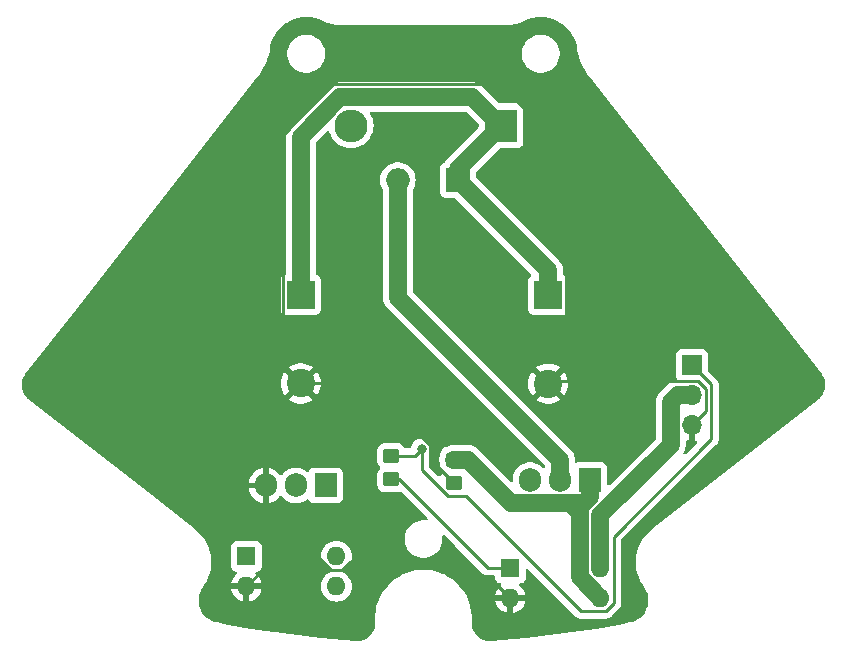
<source format=gbr>
%TF.GenerationSoftware,KiCad,Pcbnew,8.0.0-dirty*%
%TF.CreationDate,2024-03-12T22:31:02-04:00*%
%TF.ProjectId,KickerPCB,4b69636b-6572-4504-9342-2e6b69636164,rev?*%
%TF.SameCoordinates,Original*%
%TF.FileFunction,Copper,L1,Top*%
%TF.FilePolarity,Positive*%
%FSLAX46Y46*%
G04 Gerber Fmt 4.6, Leading zero omitted, Abs format (unit mm)*
G04 Created by KiCad (PCBNEW 8.0.0-dirty) date 2024-03-12 22:31:02*
%MOMM*%
%LPD*%
G01*
G04 APERTURE LIST*
G04 Aperture macros list*
%AMRoundRect*
0 Rectangle with rounded corners*
0 $1 Rounding radius*
0 $2 $3 $4 $5 $6 $7 $8 $9 X,Y pos of 4 corners*
0 Add a 4 corners polygon primitive as box body*
4,1,4,$2,$3,$4,$5,$6,$7,$8,$9,$2,$3,0*
0 Add four circle primitives for the rounded corners*
1,1,$1+$1,$2,$3*
1,1,$1+$1,$4,$5*
1,1,$1+$1,$6,$7*
1,1,$1+$1,$8,$9*
0 Add four rect primitives between the rounded corners*
20,1,$1+$1,$2,$3,$4,$5,0*
20,1,$1+$1,$4,$5,$6,$7,0*
20,1,$1+$1,$6,$7,$8,$9,0*
20,1,$1+$1,$8,$9,$2,$3,0*%
G04 Aperture macros list end*
%TA.AperFunction,SMDPad,CuDef*%
%ADD10RoundRect,0.250000X0.450000X-0.350000X0.450000X0.350000X-0.450000X0.350000X-0.450000X-0.350000X0*%
%TD*%
%TA.AperFunction,ComponentPad*%
%ADD11R,2.400000X2.400000*%
%TD*%
%TA.AperFunction,ComponentPad*%
%ADD12C,2.400000*%
%TD*%
%TA.AperFunction,ComponentPad*%
%ADD13R,1.600000X1.600000*%
%TD*%
%TA.AperFunction,ComponentPad*%
%ADD14O,1.600000X1.600000*%
%TD*%
%TA.AperFunction,ComponentPad*%
%ADD15R,2.800000X2.800000*%
%TD*%
%TA.AperFunction,ComponentPad*%
%ADD16O,2.800000X2.800000*%
%TD*%
%TA.AperFunction,ComponentPad*%
%ADD17R,1.700000X1.700000*%
%TD*%
%TA.AperFunction,ComponentPad*%
%ADD18O,1.700000X1.700000*%
%TD*%
%TA.AperFunction,ComponentPad*%
%ADD19R,1.905000X2.000000*%
%TD*%
%TA.AperFunction,ComponentPad*%
%ADD20O,1.905000X2.000000*%
%TD*%
%TA.AperFunction,ComponentPad*%
%ADD21R,2.000000X2.000000*%
%TD*%
%TA.AperFunction,ComponentPad*%
%ADD22O,2.000000X2.000000*%
%TD*%
%TA.AperFunction,ViaPad*%
%ADD23C,0.800000*%
%TD*%
%TA.AperFunction,Conductor*%
%ADD24C,0.250000*%
%TD*%
%TA.AperFunction,Conductor*%
%ADD25C,1.500000*%
%TD*%
G04 APERTURE END LIST*
D10*
%TO.P,U5,1*%
%TO.N,Net-(U4-A)*%
X94130000Y-80570000D03*
%TO.P,U5,2*%
%TO.N,Kicker*%
X94130000Y-78570000D03*
%TD*%
%TO.P,U2,1*%
%TO.N,GND*%
X99470000Y-80890000D03*
%TO.P,U2,2*%
%TO.N,Net-(U3-G)*%
X99470000Y-78890000D03*
%TD*%
D11*
%TO.P,U14,1*%
%TO.N,Net-(U11-K)*%
X107426407Y-64957108D03*
D12*
%TO.P,U14,2*%
%TO.N,GND*%
X107426407Y-72457108D03*
%TD*%
D13*
%TO.P,U9,1,A*%
%TO.N,Net-(U9-A)*%
X81870000Y-87075000D03*
D14*
%TO.P,U9,2,K*%
%TO.N,GND*%
X81870000Y-89615000D03*
%TO.P,U9,3,R*%
%TO.N,Net-(U10-G)*%
X89490000Y-89615000D03*
%TO.P,U9,4,R*%
%TO.N,12V*%
X89490000Y-87075000D03*
%TD*%
D15*
%TO.P,U11,1,K*%
%TO.N,Net-(U11-K)*%
X103430000Y-50620000D03*
D16*
%TO.P,U11,2,A*%
%TO.N,Net-(U10-S)*%
X90730000Y-50620000D03*
%TD*%
D17*
%TO.P,J1,1,Pin_1*%
%TO.N,Kicker*%
X119610000Y-70900000D03*
D18*
%TO.P,J1,2,Pin_2*%
%TO.N,48V*%
X119610000Y-73440000D03*
%TO.P,J1,3,Pin_3*%
%TO.N,GND*%
X119610000Y-75980000D03*
%TD*%
D19*
%TO.P,U10,1,G*%
%TO.N,Net-(U10-G)*%
X88580000Y-81080000D03*
D20*
%TO.P,U10,2,S*%
%TO.N,Net-(U10-S)*%
X86040000Y-81080000D03*
%TO.P,U10,3,D*%
%TO.N,GND*%
X83500000Y-81080000D03*
%TD*%
D21*
%TO.P,R1,1*%
%TO.N,Net-(U11-K)*%
X99780000Y-55215000D03*
D22*
%TO.P,R1,2*%
%TO.N,Net-(U3-D)*%
X94700000Y-55215000D03*
%TD*%
D19*
%TO.P,U3,1,G*%
%TO.N,Net-(U3-G)*%
X110960000Y-80625000D03*
D20*
%TO.P,U3,2,D*%
%TO.N,Net-(U3-D)*%
X108420000Y-80625000D03*
%TO.P,U3,3,S*%
%TO.N,48V*%
X105880000Y-80625000D03*
%TD*%
D13*
%TO.P,U4,1,A*%
%TO.N,Net-(U4-A)*%
X104220000Y-88055000D03*
D14*
%TO.P,U4,2,K*%
%TO.N,GND*%
X104220000Y-90595000D03*
%TO.P,U4,3,R*%
%TO.N,Net-(U3-G)*%
X111840000Y-90595000D03*
%TO.P,U4,4,R*%
%TO.N,48V*%
X111840000Y-88055000D03*
%TD*%
D11*
%TO.P,U6,1*%
%TO.N,Net-(U11-K)*%
X86476407Y-64944888D03*
D12*
%TO.P,U6,2*%
%TO.N,GND*%
X86476407Y-72444888D03*
%TD*%
D23*
%TO.N,Kicker*%
X96700000Y-78020000D03*
%TD*%
D24*
%TO.N,GND*%
X104220000Y-90595000D02*
X103115000Y-89490000D01*
X83500000Y-87985000D02*
X83500000Y-81080000D01*
X84951407Y-70919888D02*
X86476407Y-72444888D01*
X92184888Y-72444888D02*
X86476407Y-72444888D01*
X81870000Y-89615000D02*
X83500000Y-87985000D01*
X120785000Y-74805000D02*
X120785000Y-72953299D01*
X97425000Y-78845000D02*
X97425000Y-77685000D01*
X89955991Y-88200000D02*
X89024009Y-88200000D01*
X119610000Y-75980000D02*
X120785000Y-74805000D01*
X107618515Y-72265000D02*
X107426407Y-72457108D01*
X120096701Y-72265000D02*
X107618515Y-72265000D01*
X101950000Y-89490000D02*
X100000991Y-87540991D01*
X90615000Y-87540991D02*
X89955991Y-88200000D01*
X108951407Y-70932108D02*
X108951407Y-52691407D01*
X89205001Y-47124999D02*
X84951407Y-51378593D01*
X97425000Y-77685000D02*
X92184888Y-72444888D01*
X107426407Y-72457108D02*
X108951407Y-70932108D01*
X103384999Y-47124999D02*
X89205001Y-47124999D01*
X103115000Y-89490000D02*
X101950000Y-89490000D01*
X83500000Y-82675991D02*
X83500000Y-81080000D01*
X83500000Y-75421295D02*
X86476407Y-72444888D01*
X108951407Y-52691407D02*
X103384999Y-47124999D01*
X89024009Y-88200000D02*
X83500000Y-82675991D01*
X99470000Y-80890000D02*
X97425000Y-78845000D01*
X84951407Y-51378593D02*
X84951407Y-70919888D01*
X120785000Y-72953299D02*
X120096701Y-72265000D01*
X83500000Y-81080000D02*
X83500000Y-75421295D01*
X100000991Y-87540991D02*
X90615000Y-87540991D01*
D25*
%TO.N,Net-(U11-K)*%
X89826598Y-48200000D02*
X101010000Y-48200000D01*
X86476407Y-51550191D02*
X89826598Y-48200000D01*
X99780000Y-54270000D02*
X103430000Y-50620000D01*
X101010000Y-48200000D02*
X103430000Y-50620000D01*
X99780000Y-55215000D02*
X99780000Y-54270000D01*
X107426407Y-64957108D02*
X107426407Y-62861407D01*
X86476407Y-64944888D02*
X86476407Y-51550191D01*
X107426407Y-62861407D02*
X99780000Y-55215000D01*
%TO.N,Net-(U3-D)*%
X108420000Y-80625000D02*
X108420000Y-78890000D01*
X108420000Y-78890000D02*
X94700000Y-65170000D01*
X94700000Y-65170000D02*
X94700000Y-55215000D01*
%TO.N,48V*%
X117810000Y-74037919D02*
X118407919Y-73440000D01*
X111840000Y-88055000D02*
X111840000Y-83597500D01*
X111840000Y-83597500D02*
X117810000Y-77627500D01*
X118407919Y-73440000D02*
X119610000Y-73440000D01*
X117810000Y-77627500D02*
X117810000Y-74037919D01*
%TO.N,Net-(U3-G)*%
X110090000Y-88845000D02*
X110090000Y-83375000D01*
X104285000Y-82575000D02*
X100600000Y-78890000D01*
X110960000Y-82073336D02*
X110458336Y-82575000D01*
X110090000Y-83375000D02*
X109290000Y-82575000D01*
X100600000Y-78890000D02*
X99470000Y-78890000D01*
X111840000Y-90595000D02*
X110090000Y-88845000D01*
X109290000Y-82575000D02*
X104285000Y-82575000D01*
X110458336Y-82575000D02*
X109290000Y-82575000D01*
X110960000Y-80625000D02*
X110960000Y-82073336D01*
D24*
%TO.N,Net-(U4-A)*%
X94830000Y-80570000D02*
X102315000Y-88055000D01*
X94130000Y-80570000D02*
X94830000Y-80570000D01*
X102315000Y-88055000D02*
X104220000Y-88055000D01*
%TO.N,Kicker*%
X98949900Y-81990000D02*
X96700000Y-79740100D01*
X94130000Y-78570000D02*
X96150000Y-78570000D01*
X112965000Y-91060991D02*
X112305991Y-91720000D01*
X121235000Y-72525000D02*
X121235000Y-77150000D01*
X119610000Y-70900000D02*
X121235000Y-72525000D01*
X96700000Y-79740100D02*
X96700000Y-78020000D01*
X100440000Y-81990000D02*
X98949900Y-81990000D01*
X96150000Y-78570000D02*
X96700000Y-78020000D01*
X112305991Y-91720000D02*
X110170000Y-91720000D01*
X121235000Y-77150000D02*
X112965000Y-85420000D01*
X112965000Y-85420000D02*
X112965000Y-91060991D01*
X110170000Y-91720000D02*
X100440000Y-81990000D01*
%TD*%
%TA.AperFunction,Conductor*%
%TO.N,GND*%
G36*
X119860000Y-77310633D02*
G01*
X119863476Y-77309703D01*
X119933325Y-77311366D01*
X119991188Y-77350529D01*
X120018692Y-77414757D01*
X120007106Y-77483659D01*
X119983250Y-77517159D01*
X119082012Y-78418397D01*
X119020689Y-78451882D01*
X118950997Y-78446898D01*
X118895064Y-78405026D01*
X118870647Y-78339562D01*
X118883845Y-78274423D01*
X118968884Y-78107526D01*
X119029709Y-77920326D01*
X119060500Y-77725922D01*
X119060500Y-77391984D01*
X119080185Y-77324945D01*
X119132989Y-77279190D01*
X119202147Y-77269246D01*
X119216593Y-77272209D01*
X119360000Y-77310634D01*
X119360000Y-76413012D01*
X119417007Y-76445925D01*
X119544174Y-76480000D01*
X119675826Y-76480000D01*
X119802993Y-76445925D01*
X119860000Y-76413012D01*
X119860000Y-77310633D01*
G37*
%TD.AperFunction*%
%TA.AperFunction,Conductor*%
G36*
X107125561Y-41446766D02*
G01*
X107139617Y-41448303D01*
X107475300Y-41504569D01*
X107489112Y-41507705D01*
X107816168Y-41601895D01*
X107829533Y-41606587D01*
X108143712Y-41737474D01*
X108156443Y-41743653D01*
X108453652Y-41909536D01*
X108465600Y-41917132D01*
X108741925Y-42115825D01*
X108752929Y-42124732D01*
X109004804Y-42353671D01*
X109014712Y-42363770D01*
X109238811Y-42619932D01*
X109247514Y-42631110D01*
X109440928Y-42911168D01*
X109448294Y-42923259D01*
X109474922Y-42973171D01*
X109608493Y-43223550D01*
X109614437Y-43236412D01*
X109739329Y-43553013D01*
X109743767Y-43566469D01*
X109831948Y-43896081D01*
X109834560Y-43908268D01*
X109836160Y-43918129D01*
X109861897Y-44076751D01*
X109861957Y-44077124D01*
X109895753Y-44289523D01*
X109895757Y-44289543D01*
X109995127Y-44708111D01*
X110130091Y-45116596D01*
X110299645Y-45511962D01*
X110299646Y-45511964D01*
X110502540Y-45891295D01*
X110502551Y-45891314D01*
X110737295Y-46251824D01*
X110737299Y-46251829D01*
X110867950Y-46422761D01*
X130569796Y-71639974D01*
X130571194Y-71641798D01*
X130636194Y-71728250D01*
X130645533Y-71742647D01*
X130750941Y-71932788D01*
X130759011Y-71950495D01*
X130832978Y-72153696D01*
X130838179Y-72172447D01*
X130879446Y-72384719D01*
X130881649Y-72404053D01*
X130889199Y-72620160D01*
X130888351Y-72639601D01*
X130861996Y-72854242D01*
X130858116Y-72873309D01*
X130798511Y-73081174D01*
X130791696Y-73099402D01*
X130700303Y-73295386D01*
X130690721Y-73312322D01*
X130569793Y-73491595D01*
X130557679Y-73506823D01*
X130409413Y-73665807D01*
X130409412Y-73665808D01*
X130396858Y-73677526D01*
X130312863Y-73745682D01*
X130311074Y-73747106D01*
X116171003Y-84794540D01*
X116029672Y-84907858D01*
X115768826Y-85159121D01*
X115768811Y-85159137D01*
X115535299Y-85436008D01*
X115535286Y-85436026D01*
X115331625Y-85735524D01*
X115331608Y-85735552D01*
X115159970Y-86054476D01*
X115022169Y-86389468D01*
X114919713Y-86736862D01*
X114919711Y-86736870D01*
X114853678Y-87093005D01*
X114853677Y-87093011D01*
X114824779Y-87454067D01*
X114833324Y-87816164D01*
X114833324Y-87816174D01*
X114879219Y-88175444D01*
X114879223Y-88175466D01*
X114961980Y-88528083D01*
X114961985Y-88528100D01*
X115080709Y-88870264D01*
X115080717Y-88870282D01*
X115234157Y-89198381D01*
X115234158Y-89198383D01*
X115420658Y-89508874D01*
X115420659Y-89508875D01*
X115420663Y-89508881D01*
X115527529Y-89654891D01*
X115527766Y-89655217D01*
X115603766Y-89760131D01*
X115612148Y-89773393D01*
X115736118Y-90000149D01*
X115743529Y-90016383D01*
X115760313Y-90061488D01*
X115833273Y-90257564D01*
X115838278Y-90274699D01*
X115892462Y-90526264D01*
X115894955Y-90543940D01*
X115912456Y-90800681D01*
X115912385Y-90818531D01*
X115892841Y-91075125D01*
X115890207Y-91092782D01*
X115834022Y-91343906D01*
X115828881Y-91361000D01*
X115737221Y-91601457D01*
X115729679Y-91617636D01*
X115604440Y-91842444D01*
X115594652Y-91857373D01*
X115438434Y-92061864D01*
X115426605Y-92075232D01*
X115242639Y-92255179D01*
X115229012Y-92266710D01*
X115021126Y-92418370D01*
X115005985Y-92427826D01*
X114778464Y-92548071D01*
X114762122Y-92555254D01*
X114518684Y-92641943D01*
X114503588Y-92646264D01*
X114378045Y-92673730D01*
X114375601Y-92674239D01*
X113403083Y-92866577D01*
X113400701Y-92867024D01*
X111446227Y-93214014D01*
X111443495Y-93214467D01*
X109482012Y-93517688D01*
X109479271Y-93518081D01*
X107511420Y-93777436D01*
X107508670Y-93777767D01*
X105535577Y-93993108D01*
X105532821Y-93993378D01*
X103555178Y-94164626D01*
X103552762Y-94164811D01*
X102563804Y-94231000D01*
X102560990Y-94231156D01*
X102448721Y-94236111D01*
X102430944Y-94235619D01*
X102205768Y-94213154D01*
X102185850Y-94209506D01*
X101968527Y-94151013D01*
X101949468Y-94144171D01*
X101744565Y-94051087D01*
X101726874Y-94041234D01*
X101539855Y-93916042D01*
X101524003Y-93903441D01*
X101359852Y-93749478D01*
X101346263Y-93734465D01*
X101209364Y-93555843D01*
X101198399Y-93538819D01*
X101187231Y-93517904D01*
X101092391Y-93340285D01*
X101084346Y-93321707D01*
X101012066Y-93108569D01*
X101007154Y-93088942D01*
X100970320Y-92865626D01*
X100968695Y-92847965D01*
X100966432Y-92735411D01*
X100966407Y-92732919D01*
X100966407Y-92313580D01*
X100966407Y-92313553D01*
X100963938Y-92112254D01*
X100924476Y-91711596D01*
X100845933Y-91316734D01*
X100729064Y-90931473D01*
X100574997Y-90559522D01*
X100518669Y-90454141D01*
X100385219Y-90204474D01*
X100385218Y-90204472D01*
X100385213Y-90204463D01*
X100161542Y-89869716D01*
X99906137Y-89558504D01*
X99906136Y-89558503D01*
X99906132Y-89558498D01*
X99621462Y-89273829D01*
X99310250Y-89018424D01*
X99310249Y-89018423D01*
X99310245Y-89018420D01*
X98975498Y-88794749D01*
X98975493Y-88794746D01*
X98975486Y-88794742D01*
X98620446Y-88604969D01*
X98620441Y-88604967D01*
X98603150Y-88597805D01*
X98465661Y-88540855D01*
X98248488Y-88450899D01*
X97863216Y-88334028D01*
X97863205Y-88334025D01*
X97468360Y-88255488D01*
X97199022Y-88228960D01*
X97067706Y-88216027D01*
X97067703Y-88216027D01*
X96665111Y-88216027D01*
X96665108Y-88216027D01*
X96546725Y-88227686D01*
X96264453Y-88255488D01*
X95869608Y-88334025D01*
X95869597Y-88334028D01*
X95484325Y-88450899D01*
X95112372Y-88604967D01*
X95112367Y-88604969D01*
X94757327Y-88794742D01*
X94757309Y-88794753D01*
X94422577Y-89018414D01*
X94422563Y-89018424D01*
X94111351Y-89273829D01*
X93826681Y-89558498D01*
X93571276Y-89869710D01*
X93571266Y-89869724D01*
X93347605Y-90204456D01*
X93347594Y-90204474D01*
X93157820Y-90559514D01*
X93157818Y-90559519D01*
X93003750Y-90931471D01*
X92886880Y-91316737D01*
X92886879Y-91316742D01*
X92808339Y-91711589D01*
X92808336Y-91711606D01*
X92768876Y-92112251D01*
X92768629Y-92132383D01*
X92766480Y-92307654D01*
X92766407Y-92313580D01*
X92766407Y-92732953D01*
X92766382Y-92735423D01*
X92764140Y-92847937D01*
X92762512Y-92865648D01*
X92725683Y-93088928D01*
X92720767Y-93108572D01*
X92648486Y-93321706D01*
X92640437Y-93340289D01*
X92534432Y-93538808D01*
X92523468Y-93555832D01*
X92386564Y-93734453D01*
X92372973Y-93749466D01*
X92208820Y-93903422D01*
X92192967Y-93916023D01*
X92005950Y-94041203D01*
X91988259Y-94051055D01*
X91783347Y-94144134D01*
X91764287Y-94150976D01*
X91546970Y-94209458D01*
X91527050Y-94213106D01*
X91301838Y-94235562D01*
X91284129Y-94236056D01*
X91171839Y-94231156D01*
X91168965Y-94230997D01*
X90180055Y-94164812D01*
X90177638Y-94164627D01*
X88199991Y-93993381D01*
X88197235Y-93993111D01*
X86224143Y-93777771D01*
X86221393Y-93777440D01*
X84253540Y-93518086D01*
X84250799Y-93517693D01*
X82289317Y-93214473D01*
X82286585Y-93214020D01*
X80332120Y-92867032D01*
X80329737Y-92866585D01*
X79357212Y-92674239D01*
X79354756Y-92673727D01*
X79229225Y-92646249D01*
X79214143Y-92641932D01*
X78970689Y-92555239D01*
X78954347Y-92548055D01*
X78726836Y-92427817D01*
X78711695Y-92418362D01*
X78503800Y-92266699D01*
X78490180Y-92255174D01*
X78306209Y-92075222D01*
X78294386Y-92061861D01*
X78138165Y-91857367D01*
X78128377Y-91842438D01*
X78063027Y-91725134D01*
X78003137Y-91617629D01*
X77995596Y-91601452D01*
X77993006Y-91594657D01*
X77903933Y-91360990D01*
X77898794Y-91343901D01*
X77892716Y-91316734D01*
X77842609Y-91092774D01*
X77839978Y-91075134D01*
X77820431Y-90818521D01*
X77820361Y-90800688D01*
X77837864Y-90543929D01*
X77840356Y-90526264D01*
X77894540Y-90274697D01*
X77899544Y-90257567D01*
X77919300Y-90204474D01*
X77989293Y-90016375D01*
X77996702Y-90000149D01*
X78120681Y-89773378D01*
X78129031Y-89760163D01*
X78205180Y-89655035D01*
X78312142Y-89508875D01*
X78498647Y-89198376D01*
X78652087Y-88870276D01*
X78770821Y-88528083D01*
X78853579Y-88175457D01*
X78885846Y-87922870D01*
X80569500Y-87922870D01*
X80569501Y-87922876D01*
X80575908Y-87982483D01*
X80626202Y-88117328D01*
X80626206Y-88117335D01*
X80712452Y-88232544D01*
X80712455Y-88232547D01*
X80827664Y-88318793D01*
X80827671Y-88318797D01*
X80962513Y-88369090D01*
X80962514Y-88369090D01*
X80962517Y-88369091D01*
X80998353Y-88372944D01*
X81062901Y-88399679D01*
X81102751Y-88457070D01*
X81105246Y-88526896D01*
X81069595Y-88586985D01*
X81056223Y-88597805D01*
X81031182Y-88615339D01*
X80870342Y-88776179D01*
X80739865Y-88962517D01*
X80643734Y-89168673D01*
X80643730Y-89168682D01*
X80591127Y-89364999D01*
X80591128Y-89365000D01*
X81554314Y-89365000D01*
X81549920Y-89369394D01*
X81497259Y-89460606D01*
X81470000Y-89562339D01*
X81470000Y-89667661D01*
X81497259Y-89769394D01*
X81549920Y-89860606D01*
X81554314Y-89865000D01*
X80591128Y-89865000D01*
X80643730Y-90061317D01*
X80643734Y-90061326D01*
X80739865Y-90267482D01*
X80870342Y-90453820D01*
X81031179Y-90614657D01*
X81217517Y-90745134D01*
X81423673Y-90841265D01*
X81423682Y-90841269D01*
X81619999Y-90893872D01*
X81620000Y-90893871D01*
X81620000Y-89930686D01*
X81624394Y-89935080D01*
X81715606Y-89987741D01*
X81817339Y-90015000D01*
X81922661Y-90015000D01*
X82024394Y-89987741D01*
X82115606Y-89935080D01*
X82120000Y-89930686D01*
X82120000Y-90893872D01*
X82316317Y-90841269D01*
X82316326Y-90841265D01*
X82522482Y-90745134D01*
X82708820Y-90614657D01*
X82869657Y-90453820D01*
X83000134Y-90267482D01*
X83096265Y-90061326D01*
X83096269Y-90061317D01*
X83148872Y-89865000D01*
X82185686Y-89865000D01*
X82190080Y-89860606D01*
X82242741Y-89769394D01*
X82270000Y-89667661D01*
X82270000Y-89615001D01*
X88184532Y-89615001D01*
X88204364Y-89841686D01*
X88204366Y-89841697D01*
X88263258Y-90061488D01*
X88263261Y-90061497D01*
X88359431Y-90267732D01*
X88359432Y-90267734D01*
X88489954Y-90454141D01*
X88650858Y-90615045D01*
X88650861Y-90615047D01*
X88837266Y-90745568D01*
X89043504Y-90841739D01*
X89263308Y-90900635D01*
X89425230Y-90914801D01*
X89489998Y-90920468D01*
X89490000Y-90920468D01*
X89490002Y-90920468D01*
X89551585Y-90915080D01*
X89716692Y-90900635D01*
X89936496Y-90841739D01*
X90142734Y-90745568D01*
X90329139Y-90615047D01*
X90490047Y-90454139D01*
X90620568Y-90267734D01*
X90716739Y-90061496D01*
X90775635Y-89841692D01*
X90795468Y-89615000D01*
X90775635Y-89388308D01*
X90724745Y-89198383D01*
X90716741Y-89168511D01*
X90716738Y-89168502D01*
X90620568Y-88962266D01*
X90503270Y-88794746D01*
X90490045Y-88775858D01*
X90329141Y-88614954D01*
X90142734Y-88484432D01*
X90142728Y-88484429D01*
X90084725Y-88457382D01*
X90032285Y-88411210D01*
X90013133Y-88344017D01*
X90033348Y-88277135D01*
X90084725Y-88232618D01*
X90142734Y-88205568D01*
X90329139Y-88075047D01*
X90490047Y-87914139D01*
X90620568Y-87727734D01*
X90716739Y-87521496D01*
X90775635Y-87301692D01*
X90795468Y-87075000D01*
X90775635Y-86848308D01*
X90716739Y-86628504D01*
X90620568Y-86422266D01*
X90490047Y-86235861D01*
X90490045Y-86235858D01*
X90329141Y-86074954D01*
X90142734Y-85944432D01*
X90142732Y-85944431D01*
X89936497Y-85848261D01*
X89936488Y-85848258D01*
X89716697Y-85789366D01*
X89716693Y-85789365D01*
X89716692Y-85789365D01*
X89716691Y-85789364D01*
X89716686Y-85789364D01*
X89490002Y-85769532D01*
X89489998Y-85769532D01*
X89263313Y-85789364D01*
X89263302Y-85789366D01*
X89043511Y-85848258D01*
X89043502Y-85848261D01*
X88837267Y-85944431D01*
X88837265Y-85944432D01*
X88650858Y-86074954D01*
X88489954Y-86235858D01*
X88359432Y-86422265D01*
X88359431Y-86422267D01*
X88263261Y-86628502D01*
X88263258Y-86628511D01*
X88204366Y-86848302D01*
X88204364Y-86848313D01*
X88184532Y-87074998D01*
X88184532Y-87075001D01*
X88204364Y-87301686D01*
X88204366Y-87301697D01*
X88263258Y-87521488D01*
X88263261Y-87521497D01*
X88359431Y-87727732D01*
X88359432Y-87727734D01*
X88489954Y-87914141D01*
X88650858Y-88075045D01*
X88650861Y-88075047D01*
X88837266Y-88205568D01*
X88895275Y-88232618D01*
X88947714Y-88278791D01*
X88966866Y-88345984D01*
X88946650Y-88412865D01*
X88895275Y-88457382D01*
X88837267Y-88484431D01*
X88837265Y-88484432D01*
X88650858Y-88614954D01*
X88489954Y-88775858D01*
X88359432Y-88962265D01*
X88359431Y-88962267D01*
X88263261Y-89168502D01*
X88263258Y-89168511D01*
X88204366Y-89388302D01*
X88204364Y-89388313D01*
X88184532Y-89614998D01*
X88184532Y-89615001D01*
X82270000Y-89615001D01*
X82270000Y-89562339D01*
X82242741Y-89460606D01*
X82190080Y-89369394D01*
X82185686Y-89365000D01*
X83148872Y-89365000D01*
X83148872Y-89364999D01*
X83096269Y-89168682D01*
X83096265Y-89168673D01*
X83000134Y-88962517D01*
X82869657Y-88776179D01*
X82708820Y-88615342D01*
X82683779Y-88597808D01*
X82640154Y-88543230D01*
X82632962Y-88473732D01*
X82664484Y-88411377D01*
X82724714Y-88375964D01*
X82741650Y-88372943D01*
X82777483Y-88369091D01*
X82912328Y-88318797D01*
X82912327Y-88318797D01*
X82912331Y-88318796D01*
X83027546Y-88232546D01*
X83113796Y-88117331D01*
X83164091Y-87982483D01*
X83170500Y-87922873D01*
X83170499Y-86227128D01*
X83164091Y-86167517D01*
X83129567Y-86074954D01*
X83113797Y-86032671D01*
X83113793Y-86032664D01*
X83027547Y-85917455D01*
X83027544Y-85917452D01*
X82912335Y-85831206D01*
X82912328Y-85831202D01*
X82777482Y-85780908D01*
X82777483Y-85780908D01*
X82717883Y-85774501D01*
X82717881Y-85774500D01*
X82717873Y-85774500D01*
X82717864Y-85774500D01*
X81022129Y-85774500D01*
X81022123Y-85774501D01*
X80962516Y-85780908D01*
X80827671Y-85831202D01*
X80827664Y-85831206D01*
X80712455Y-85917452D01*
X80712452Y-85917455D01*
X80626206Y-86032664D01*
X80626202Y-86032671D01*
X80575908Y-86167517D01*
X80569536Y-86226793D01*
X80569501Y-86227123D01*
X80569500Y-86227135D01*
X80569500Y-87922870D01*
X78885846Y-87922870D01*
X78899476Y-87816170D01*
X78908021Y-87454065D01*
X78879123Y-87093012D01*
X78813091Y-86736876D01*
X78810994Y-86729767D01*
X78728733Y-86450846D01*
X78710630Y-86389463D01*
X78572838Y-86054490D01*
X78572830Y-86054476D01*
X78419480Y-85769532D01*
X78401186Y-85735540D01*
X78197512Y-85436022D01*
X77963994Y-85159142D01*
X77703129Y-84907859D01*
X77561828Y-84794555D01*
X77538410Y-84776259D01*
X73127400Y-81330000D01*
X82061468Y-81330000D01*
X82083265Y-81467628D01*
X82153917Y-81685070D01*
X82257711Y-81888776D01*
X82392097Y-82073742D01*
X82553757Y-82235402D01*
X82738723Y-82369788D01*
X82942429Y-82473582D01*
X83159871Y-82544234D01*
X83250000Y-82558509D01*
X83250000Y-81570747D01*
X83287708Y-81592518D01*
X83427591Y-81630000D01*
X83572409Y-81630000D01*
X83712292Y-81592518D01*
X83750000Y-81570747D01*
X83750000Y-82558508D01*
X83840128Y-82544234D01*
X84057570Y-82473582D01*
X84261276Y-82369788D01*
X84446242Y-82235402D01*
X84607905Y-82073739D01*
X84669371Y-81989137D01*
X84724701Y-81946470D01*
X84794314Y-81940491D01*
X84856109Y-81973096D01*
X84870007Y-81989134D01*
X84931714Y-82074066D01*
X85093434Y-82235786D01*
X85278462Y-82370217D01*
X85410599Y-82437544D01*
X85482244Y-82474049D01*
X85699751Y-82544721D01*
X85699752Y-82544721D01*
X85699755Y-82544722D01*
X85925646Y-82580500D01*
X85925647Y-82580500D01*
X86154353Y-82580500D01*
X86154354Y-82580500D01*
X86380245Y-82544722D01*
X86380248Y-82544721D01*
X86380249Y-82544721D01*
X86597755Y-82474049D01*
X86597755Y-82474048D01*
X86597758Y-82474048D01*
X86801538Y-82370217D01*
X86984245Y-82237472D01*
X87050046Y-82213994D01*
X87118100Y-82229819D01*
X87166795Y-82279924D01*
X87173308Y-82294459D01*
X87183702Y-82322328D01*
X87183706Y-82322335D01*
X87269952Y-82437544D01*
X87269955Y-82437547D01*
X87385164Y-82523793D01*
X87385171Y-82523797D01*
X87520017Y-82574091D01*
X87520016Y-82574091D01*
X87526944Y-82574835D01*
X87579627Y-82580500D01*
X89580372Y-82580499D01*
X89639983Y-82574091D01*
X89774831Y-82523796D01*
X89890046Y-82437546D01*
X89976296Y-82322331D01*
X90026591Y-82187483D01*
X90033000Y-82127873D01*
X90032999Y-80970001D01*
X92929500Y-80970001D01*
X92929501Y-80970019D01*
X92940000Y-81072796D01*
X92940001Y-81072799D01*
X92995185Y-81239331D01*
X92995187Y-81239336D01*
X93026426Y-81289983D01*
X93087288Y-81388656D01*
X93211344Y-81512712D01*
X93360666Y-81604814D01*
X93527203Y-81659999D01*
X93629991Y-81670500D01*
X94630008Y-81670499D01*
X94630016Y-81670498D01*
X94630019Y-81670498D01*
X94686302Y-81664748D01*
X94732797Y-81659999D01*
X94887492Y-81608737D01*
X94957315Y-81606336D01*
X95014173Y-81638763D01*
X97196715Y-83821306D01*
X97230200Y-83882629D01*
X97225216Y-83952321D01*
X97183344Y-84008254D01*
X97117880Y-84032671D01*
X97089637Y-84031460D01*
X96992143Y-84016019D01*
X96992136Y-84016019D01*
X96740678Y-84016019D01*
X96740673Y-84016019D01*
X96492316Y-84055354D01*
X96253162Y-84133061D01*
X96029113Y-84247221D01*
X95825689Y-84395016D01*
X95825684Y-84395020D01*
X95647874Y-84572830D01*
X95647870Y-84572835D01*
X95500075Y-84776259D01*
X95385915Y-85000308D01*
X95308208Y-85239462D01*
X95268873Y-85487818D01*
X95268873Y-85739287D01*
X95308208Y-85987643D01*
X95385915Y-86226797D01*
X95464422Y-86380875D01*
X95468802Y-86389471D01*
X95500075Y-86450846D01*
X95647870Y-86654270D01*
X95647874Y-86654275D01*
X95825684Y-86832085D01*
X95825689Y-86832089D01*
X96003127Y-86961004D01*
X96029117Y-86979887D01*
X96171881Y-87052629D01*
X96253162Y-87094044D01*
X96253164Y-87094044D01*
X96253167Y-87094046D01*
X96381356Y-87135697D01*
X96492316Y-87171751D01*
X96740673Y-87211087D01*
X96992136Y-87211087D01*
X96992141Y-87211087D01*
X97240497Y-87171751D01*
X97479647Y-87094046D01*
X97703697Y-86979887D01*
X97907131Y-86832084D01*
X98084938Y-86654277D01*
X98232741Y-86450843D01*
X98346900Y-86226793D01*
X98424605Y-85987643D01*
X98463941Y-85739282D01*
X98466407Y-85613553D01*
X98463941Y-85487824D01*
X98448498Y-85390320D01*
X98457453Y-85321028D01*
X98502449Y-85267576D01*
X98569200Y-85246936D01*
X98636514Y-85265661D01*
X98658649Y-85283239D01*
X99542925Y-86167516D01*
X101916263Y-88540855D01*
X101916267Y-88540858D01*
X102018710Y-88609309D01*
X102018711Y-88609309D01*
X102018715Y-88609312D01*
X102085396Y-88636931D01*
X102085398Y-88636933D01*
X102132543Y-88656461D01*
X102132548Y-88656463D01*
X102152597Y-88660451D01*
X102186196Y-88667134D01*
X102253392Y-88680501D01*
X102253394Y-88680501D01*
X102382721Y-88680501D01*
X102382741Y-88680500D01*
X102795501Y-88680500D01*
X102862540Y-88700185D01*
X102908295Y-88752989D01*
X102919501Y-88804500D01*
X102919501Y-88902876D01*
X102925908Y-88962483D01*
X102976202Y-89097328D01*
X102976206Y-89097335D01*
X103062452Y-89212544D01*
X103062455Y-89212547D01*
X103177664Y-89298793D01*
X103177671Y-89298797D01*
X103312513Y-89349090D01*
X103312514Y-89349090D01*
X103312517Y-89349091D01*
X103348353Y-89352944D01*
X103412901Y-89379679D01*
X103452751Y-89437070D01*
X103455246Y-89506896D01*
X103419595Y-89566985D01*
X103406223Y-89577805D01*
X103381182Y-89595339D01*
X103220342Y-89756179D01*
X103089865Y-89942517D01*
X102993734Y-90148673D01*
X102993730Y-90148682D01*
X102941127Y-90344999D01*
X102941128Y-90345000D01*
X103904314Y-90345000D01*
X103899920Y-90349394D01*
X103847259Y-90440606D01*
X103820000Y-90542339D01*
X103820000Y-90647661D01*
X103847259Y-90749394D01*
X103899920Y-90840606D01*
X103904314Y-90845000D01*
X102941128Y-90845000D01*
X102993730Y-91041317D01*
X102993734Y-91041326D01*
X103089865Y-91247482D01*
X103220342Y-91433820D01*
X103381179Y-91594657D01*
X103567517Y-91725134D01*
X103773673Y-91821265D01*
X103773682Y-91821269D01*
X103969999Y-91873872D01*
X103970000Y-91873871D01*
X103970000Y-90910686D01*
X103974394Y-90915080D01*
X104065606Y-90967741D01*
X104167339Y-90995000D01*
X104272661Y-90995000D01*
X104374394Y-90967741D01*
X104465606Y-90915080D01*
X104470000Y-90910686D01*
X104470000Y-91873872D01*
X104666317Y-91821269D01*
X104666326Y-91821265D01*
X104872482Y-91725134D01*
X105058820Y-91594657D01*
X105219657Y-91433820D01*
X105350134Y-91247482D01*
X105446265Y-91041326D01*
X105446269Y-91041317D01*
X105498872Y-90845000D01*
X104535686Y-90845000D01*
X104540080Y-90840606D01*
X104592741Y-90749394D01*
X104620000Y-90647661D01*
X104620000Y-90542339D01*
X104592741Y-90440606D01*
X104540080Y-90349394D01*
X104535686Y-90345000D01*
X105498872Y-90345000D01*
X105498872Y-90344999D01*
X105446269Y-90148682D01*
X105446265Y-90148673D01*
X105350134Y-89942517D01*
X105219657Y-89756179D01*
X105058820Y-89595342D01*
X105033779Y-89577808D01*
X104990154Y-89523230D01*
X104982962Y-89453732D01*
X105014484Y-89391377D01*
X105074714Y-89355964D01*
X105091650Y-89352943D01*
X105127483Y-89349091D01*
X105262328Y-89298797D01*
X105262327Y-89298797D01*
X105262331Y-89298796D01*
X105377546Y-89212546D01*
X105463796Y-89097331D01*
X105514091Y-88962483D01*
X105520500Y-88902873D01*
X105520499Y-88254449D01*
X105540183Y-88187412D01*
X105592987Y-88141657D01*
X105662146Y-88131713D01*
X105725702Y-88160738D01*
X105732180Y-88166770D01*
X109681016Y-92115606D01*
X109681045Y-92115637D01*
X109771264Y-92205856D01*
X109771267Y-92205858D01*
X109848190Y-92257256D01*
X109873710Y-92274309D01*
X109873712Y-92274310D01*
X109873715Y-92274312D01*
X109940396Y-92301931D01*
X109940398Y-92301933D01*
X109968452Y-92313553D01*
X109987548Y-92321463D01*
X110047971Y-92333481D01*
X110108393Y-92345500D01*
X112367598Y-92345500D01*
X112428020Y-92333481D01*
X112488443Y-92321463D01*
X112488446Y-92321461D01*
X112488449Y-92321461D01*
X112521778Y-92307654D01*
X112521777Y-92307654D01*
X112521783Y-92307652D01*
X112602277Y-92274312D01*
X112653500Y-92240084D01*
X112704724Y-92205858D01*
X112791849Y-92118733D01*
X112791850Y-92118730D01*
X113450857Y-91459725D01*
X113519311Y-91357277D01*
X113566463Y-91243443D01*
X113590500Y-91122598D01*
X113590500Y-90999385D01*
X113590500Y-85730451D01*
X113610185Y-85663412D01*
X113626814Y-85642775D01*
X121633729Y-77635860D01*
X121633733Y-77635858D01*
X121720858Y-77548733D01*
X121789311Y-77446286D01*
X121836463Y-77332452D01*
X121860500Y-77211606D01*
X121860500Y-72463394D01*
X121836463Y-72342548D01*
X121811017Y-72281116D01*
X121789312Y-72228714D01*
X121755084Y-72177490D01*
X121720858Y-72126267D01*
X121720856Y-72126264D01*
X121630637Y-72036045D01*
X121630606Y-72036016D01*
X120996818Y-71402228D01*
X120963333Y-71340905D01*
X120960499Y-71314547D01*
X120960499Y-70002129D01*
X120960498Y-70002123D01*
X120960497Y-70002116D01*
X120954091Y-69942517D01*
X120903796Y-69807669D01*
X120903795Y-69807668D01*
X120903793Y-69807664D01*
X120817547Y-69692455D01*
X120817544Y-69692452D01*
X120702335Y-69606206D01*
X120702328Y-69606202D01*
X120567482Y-69555908D01*
X120567483Y-69555908D01*
X120507883Y-69549501D01*
X120507881Y-69549500D01*
X120507873Y-69549500D01*
X120507864Y-69549500D01*
X118712129Y-69549500D01*
X118712123Y-69549501D01*
X118652516Y-69555908D01*
X118517671Y-69606202D01*
X118517664Y-69606206D01*
X118402455Y-69692452D01*
X118402452Y-69692455D01*
X118316206Y-69807664D01*
X118316202Y-69807671D01*
X118265908Y-69942517D01*
X118259501Y-70002116D01*
X118259501Y-70002123D01*
X118259500Y-70002135D01*
X118259500Y-71797870D01*
X118259501Y-71797876D01*
X118265908Y-71857483D01*
X118316202Y-71992328D01*
X118316203Y-71992330D01*
X118324217Y-72003035D01*
X118348633Y-72068500D01*
X118333781Y-72136772D01*
X118284375Y-72186178D01*
X118244348Y-72199818D01*
X118115091Y-72220291D01*
X117927888Y-72281117D01*
X117752513Y-72370476D01*
X117706299Y-72404053D01*
X117593273Y-72486172D01*
X117593271Y-72486174D01*
X117593270Y-72486174D01*
X116856174Y-73223270D01*
X116856174Y-73223271D01*
X116856172Y-73223273D01*
X116806485Y-73291660D01*
X116740476Y-73382513D01*
X116650669Y-73558770D01*
X116649608Y-73562531D01*
X116590291Y-73745088D01*
X116590291Y-73745091D01*
X116559500Y-73939496D01*
X116559500Y-77058163D01*
X116539815Y-77125202D01*
X116523181Y-77145844D01*
X112624680Y-81044345D01*
X112563357Y-81077830D01*
X112493665Y-81072846D01*
X112437732Y-81030974D01*
X112413315Y-80965510D01*
X112412999Y-80956664D01*
X112412999Y-79577129D01*
X112412998Y-79577123D01*
X112412232Y-79570000D01*
X112407799Y-79528757D01*
X112406591Y-79517516D01*
X112356297Y-79382671D01*
X112356293Y-79382664D01*
X112270047Y-79267455D01*
X112270044Y-79267452D01*
X112154835Y-79181206D01*
X112154828Y-79181202D01*
X112019982Y-79130908D01*
X112019983Y-79130908D01*
X111960383Y-79124501D01*
X111960381Y-79124500D01*
X111960373Y-79124500D01*
X111960364Y-79124500D01*
X109959629Y-79124500D01*
X109959623Y-79124501D01*
X109900014Y-79130909D01*
X109837832Y-79154101D01*
X109768140Y-79159085D01*
X109706817Y-79125599D01*
X109673333Y-79064275D01*
X109670500Y-79037919D01*
X109670500Y-78791577D01*
X109639709Y-78597177D01*
X109639709Y-78597174D01*
X109632131Y-78573853D01*
X109625101Y-78552215D01*
X109578885Y-78409976D01*
X109578884Y-78409973D01*
X109489523Y-78234594D01*
X109479404Y-78220666D01*
X109373828Y-78075354D01*
X103755586Y-72457112D01*
X105721640Y-72457112D01*
X105740680Y-72711187D01*
X105797375Y-72959585D01*
X105797380Y-72959602D01*
X105890465Y-73196779D01*
X105890464Y-73196779D01*
X106017861Y-73417435D01*
X106017868Y-73417446D01*
X106059859Y-73470099D01*
X106059860Y-73470100D01*
X106861794Y-72668166D01*
X106867296Y-72688699D01*
X106946288Y-72825516D01*
X107057999Y-72937227D01*
X107194816Y-73016219D01*
X107215347Y-73021720D01*
X106413220Y-73823846D01*
X106574023Y-73933479D01*
X106574031Y-73933484D01*
X106803583Y-74044029D01*
X106803581Y-74044029D01*
X107047059Y-74119132D01*
X107047065Y-74119134D01*
X107299002Y-74157107D01*
X107299011Y-74157108D01*
X107553803Y-74157108D01*
X107553811Y-74157107D01*
X107805748Y-74119134D01*
X107805754Y-74119132D01*
X108049231Y-74044029D01*
X108278783Y-73933484D01*
X108278784Y-73933483D01*
X108439592Y-73823846D01*
X107637467Y-73021720D01*
X107657998Y-73016219D01*
X107794815Y-72937227D01*
X107906526Y-72825516D01*
X107985518Y-72688699D01*
X107991019Y-72668167D01*
X108792952Y-73470100D01*
X108792953Y-73470099D01*
X108834951Y-73417438D01*
X108962348Y-73196779D01*
X109055433Y-72959602D01*
X109055438Y-72959585D01*
X109112133Y-72711187D01*
X109131174Y-72457112D01*
X109131174Y-72457103D01*
X109112133Y-72203028D01*
X109055438Y-71954630D01*
X109055433Y-71954613D01*
X108962348Y-71717436D01*
X108962349Y-71717436D01*
X108834952Y-71496780D01*
X108792952Y-71444114D01*
X107991019Y-72246047D01*
X107985518Y-72225517D01*
X107906526Y-72088700D01*
X107794815Y-71976989D01*
X107657998Y-71897997D01*
X107637466Y-71892495D01*
X108439592Y-71090368D01*
X108278791Y-70980736D01*
X108278783Y-70980731D01*
X108049230Y-70870186D01*
X108049232Y-70870186D01*
X107805754Y-70795083D01*
X107805748Y-70795081D01*
X107553811Y-70757108D01*
X107299002Y-70757108D01*
X107047065Y-70795081D01*
X107047059Y-70795083D01*
X106803582Y-70870186D01*
X106574029Y-70980733D01*
X106574016Y-70980740D01*
X106413220Y-71090367D01*
X107215348Y-71892495D01*
X107194816Y-71897997D01*
X107057999Y-71976989D01*
X106946288Y-72088700D01*
X106867296Y-72225517D01*
X106861794Y-72246049D01*
X106059859Y-71444114D01*
X106017864Y-71496775D01*
X105890465Y-71717436D01*
X105797380Y-71954613D01*
X105797375Y-71954630D01*
X105740680Y-72203028D01*
X105721640Y-72457103D01*
X105721640Y-72457112D01*
X103755586Y-72457112D01*
X95986819Y-64688345D01*
X95953334Y-64627022D01*
X95950500Y-64600664D01*
X95950500Y-56081289D01*
X95970185Y-56014250D01*
X95970691Y-56013468D01*
X95991715Y-55981286D01*
X96024173Y-55931607D01*
X96124063Y-55703881D01*
X96185108Y-55462821D01*
X96205643Y-55215000D01*
X96186447Y-54983344D01*
X96185109Y-54967187D01*
X96185107Y-54967175D01*
X96124063Y-54726118D01*
X96024173Y-54498393D01*
X95888166Y-54290217D01*
X95866557Y-54266744D01*
X95719744Y-54107262D01*
X95523509Y-53954526D01*
X95523507Y-53954525D01*
X95523506Y-53954524D01*
X95304811Y-53836172D01*
X95304802Y-53836169D01*
X95069616Y-53755429D01*
X94824335Y-53714500D01*
X94575665Y-53714500D01*
X94330383Y-53755429D01*
X94095197Y-53836169D01*
X94095188Y-53836172D01*
X93876493Y-53954524D01*
X93680257Y-54107261D01*
X93511833Y-54290217D01*
X93375826Y-54498393D01*
X93275936Y-54726118D01*
X93214892Y-54967175D01*
X93214890Y-54967187D01*
X93194357Y-55214994D01*
X93194357Y-55215005D01*
X93214890Y-55462812D01*
X93214892Y-55462824D01*
X93275936Y-55703881D01*
X93375826Y-55931606D01*
X93429309Y-56013468D01*
X93449496Y-56080357D01*
X93449500Y-56081289D01*
X93449500Y-65268422D01*
X93480290Y-65462826D01*
X93541117Y-65650030D01*
X93630476Y-65825405D01*
X93746172Y-65984646D01*
X93746174Y-65984648D01*
X107133181Y-79371655D01*
X107166666Y-79432978D01*
X107169500Y-79459336D01*
X107169500Y-79512786D01*
X107149815Y-79579825D01*
X107097011Y-79625580D01*
X107027853Y-79635524D01*
X106964297Y-79606499D01*
X106957819Y-79600467D01*
X106826568Y-79469216D01*
X106826566Y-79469214D01*
X106641538Y-79334783D01*
X106437755Y-79230950D01*
X106220248Y-79160278D01*
X106034812Y-79130908D01*
X105994354Y-79124500D01*
X105765646Y-79124500D01*
X105725188Y-79130908D01*
X105539753Y-79160278D01*
X105539750Y-79160278D01*
X105322244Y-79230950D01*
X105118461Y-79334783D01*
X105052550Y-79382671D01*
X104933434Y-79469214D01*
X104933432Y-79469216D01*
X104933431Y-79469216D01*
X104771716Y-79630931D01*
X104771716Y-79630932D01*
X104771714Y-79630934D01*
X104731741Y-79685952D01*
X104637283Y-79815961D01*
X104533450Y-80019744D01*
X104462778Y-80237250D01*
X104462778Y-80237253D01*
X104427000Y-80463146D01*
X104427000Y-80649164D01*
X104407315Y-80716203D01*
X104354511Y-80761958D01*
X104285353Y-80771902D01*
X104221797Y-80742877D01*
X104215319Y-80736845D01*
X101414648Y-77936174D01*
X101414646Y-77936172D01*
X101255405Y-77820476D01*
X101244124Y-77814728D01*
X101080030Y-77731117D01*
X100892826Y-77670290D01*
X100698422Y-77639500D01*
X100698417Y-77639500D01*
X99371583Y-77639500D01*
X99371578Y-77639500D01*
X99177173Y-77670290D01*
X98989974Y-77731116D01*
X98989967Y-77731119D01*
X98840046Y-77807507D01*
X98822757Y-77814728D01*
X98700666Y-77855186D01*
X98551342Y-77947289D01*
X98427289Y-78071342D01*
X98335187Y-78220663D01*
X98335185Y-78220668D01*
X98330570Y-78234595D01*
X98280001Y-78387203D01*
X98280001Y-78387204D01*
X98280000Y-78387204D01*
X98269500Y-78489983D01*
X98269500Y-78518414D01*
X98263431Y-78556732D01*
X98250291Y-78597172D01*
X98219500Y-78791577D01*
X98219500Y-78988422D01*
X98250291Y-79182826D01*
X98250291Y-79182829D01*
X98263431Y-79223268D01*
X98269500Y-79261582D01*
X98269500Y-79290000D01*
X98269501Y-79290018D01*
X98280001Y-79392797D01*
X98280001Y-79392799D01*
X98319737Y-79512712D01*
X98335186Y-79559334D01*
X98408683Y-79678493D01*
X98427289Y-79708657D01*
X98521304Y-79802672D01*
X98554789Y-79863995D01*
X98549805Y-79933687D01*
X98521305Y-79978034D01*
X98427682Y-80071657D01*
X98335643Y-80220875D01*
X98335640Y-80220883D01*
X98331605Y-80233059D01*
X98291830Y-80290502D01*
X98227312Y-80317322D01*
X98158537Y-80305003D01*
X98126220Y-80281730D01*
X97361819Y-79517329D01*
X97328334Y-79456006D01*
X97325500Y-79429648D01*
X97325500Y-78718687D01*
X97345185Y-78651648D01*
X97357350Y-78635715D01*
X97375891Y-78615122D01*
X97432533Y-78552216D01*
X97527179Y-78388284D01*
X97585674Y-78208256D01*
X97605460Y-78020000D01*
X97585674Y-77831744D01*
X97527179Y-77651716D01*
X97432533Y-77487784D01*
X97305871Y-77347112D01*
X97285696Y-77332454D01*
X97152734Y-77235851D01*
X97152729Y-77235848D01*
X96979807Y-77158857D01*
X96979802Y-77158855D01*
X96821472Y-77125202D01*
X96794646Y-77119500D01*
X96605354Y-77119500D01*
X96578528Y-77125202D01*
X96420197Y-77158855D01*
X96420192Y-77158857D01*
X96247270Y-77235848D01*
X96247265Y-77235851D01*
X96094129Y-77347111D01*
X95967466Y-77487785D01*
X95872821Y-77651715D01*
X95872818Y-77651722D01*
X95814326Y-77831742D01*
X95814325Y-77831745D01*
X95814145Y-77833465D01*
X95813763Y-77834392D01*
X95812976Y-77838097D01*
X95812298Y-77837952D01*
X95787559Y-77898079D01*
X95730261Y-77938062D01*
X95690825Y-77944500D01*
X95361058Y-77944500D01*
X95294019Y-77924815D01*
X95255519Y-77885597D01*
X95172712Y-77751344D01*
X95048656Y-77627288D01*
X94955888Y-77570069D01*
X94899336Y-77535187D01*
X94899331Y-77535185D01*
X94844932Y-77517159D01*
X94732797Y-77480001D01*
X94732795Y-77480000D01*
X94630010Y-77469500D01*
X93629998Y-77469500D01*
X93629980Y-77469501D01*
X93527203Y-77480000D01*
X93527200Y-77480001D01*
X93360668Y-77535185D01*
X93360663Y-77535187D01*
X93211342Y-77627289D01*
X93087289Y-77751342D01*
X92995187Y-77900663D01*
X92995185Y-77900668D01*
X92967349Y-77984670D01*
X92940001Y-78067203D01*
X92940001Y-78067204D01*
X92940000Y-78067204D01*
X92929500Y-78169983D01*
X92929500Y-78970001D01*
X92929501Y-78970019D01*
X92940000Y-79072796D01*
X92940001Y-79072799D01*
X92995185Y-79239331D01*
X92995187Y-79239336D01*
X93012529Y-79267452D01*
X93083596Y-79382671D01*
X93087289Y-79388657D01*
X93180951Y-79482319D01*
X93214436Y-79543642D01*
X93209452Y-79613334D01*
X93180951Y-79657681D01*
X93087289Y-79751342D01*
X92995187Y-79900663D01*
X92995185Y-79900668D01*
X92940001Y-80067203D01*
X92929500Y-80169983D01*
X92929500Y-80970001D01*
X90032999Y-80970001D01*
X90032999Y-80032128D01*
X90026591Y-79972517D01*
X90024990Y-79968225D01*
X89976297Y-79837671D01*
X89976293Y-79837664D01*
X89890047Y-79722455D01*
X89890044Y-79722452D01*
X89774835Y-79636206D01*
X89774828Y-79636202D01*
X89639982Y-79585908D01*
X89639983Y-79585908D01*
X89580383Y-79579501D01*
X89580381Y-79579500D01*
X89580373Y-79579500D01*
X89580364Y-79579500D01*
X87579629Y-79579500D01*
X87579623Y-79579501D01*
X87520016Y-79585908D01*
X87385171Y-79636202D01*
X87385164Y-79636206D01*
X87269955Y-79722452D01*
X87269952Y-79722455D01*
X87183706Y-79837664D01*
X87183703Y-79837670D01*
X87173308Y-79865541D01*
X87131436Y-79921474D01*
X87065972Y-79945891D01*
X86997699Y-79931039D01*
X86984250Y-79922531D01*
X86801538Y-79789783D01*
X86726097Y-79751344D01*
X86597755Y-79685950D01*
X86380248Y-79615278D01*
X86194812Y-79585908D01*
X86154354Y-79579500D01*
X85925646Y-79579500D01*
X85885188Y-79585908D01*
X85699753Y-79615278D01*
X85699750Y-79615278D01*
X85482244Y-79685950D01*
X85278461Y-79789783D01*
X85212551Y-79837670D01*
X85093434Y-79924214D01*
X85093432Y-79924216D01*
X85093431Y-79924216D01*
X84931716Y-80085931D01*
X84931709Y-80085940D01*
X84870007Y-80170864D01*
X84814677Y-80213530D01*
X84745063Y-80219508D01*
X84683269Y-80186901D01*
X84669372Y-80170863D01*
X84607907Y-80086263D01*
X84607902Y-80086257D01*
X84446242Y-79924597D01*
X84261276Y-79790211D01*
X84057568Y-79686417D01*
X83840124Y-79615765D01*
X83750000Y-79601490D01*
X83750000Y-80589252D01*
X83712292Y-80567482D01*
X83572409Y-80530000D01*
X83427591Y-80530000D01*
X83287708Y-80567482D01*
X83250000Y-80589252D01*
X83250000Y-79601490D01*
X83249999Y-79601490D01*
X83159875Y-79615765D01*
X82942431Y-79686417D01*
X82738723Y-79790211D01*
X82553757Y-79924597D01*
X82392097Y-80086257D01*
X82257711Y-80271223D01*
X82153917Y-80474929D01*
X82083265Y-80692371D01*
X82061468Y-80830000D01*
X83009252Y-80830000D01*
X82987482Y-80867708D01*
X82950000Y-81007591D01*
X82950000Y-81152409D01*
X82987482Y-81292292D01*
X83009252Y-81330000D01*
X82061468Y-81330000D01*
X73127400Y-81330000D01*
X63421731Y-73747100D01*
X63419959Y-73745690D01*
X63335958Y-73677508D01*
X63323424Y-73665807D01*
X63175156Y-73506808D01*
X63163043Y-73491580D01*
X63042120Y-73312304D01*
X63032539Y-73295368D01*
X62941157Y-73099396D01*
X62934342Y-73081171D01*
X62874734Y-72873291D01*
X62870859Y-72854242D01*
X62844505Y-72639592D01*
X62843658Y-72620172D01*
X62849781Y-72444892D01*
X84771640Y-72444892D01*
X84790680Y-72698967D01*
X84847375Y-72947365D01*
X84847380Y-72947382D01*
X84940465Y-73184559D01*
X84940464Y-73184559D01*
X85067861Y-73405215D01*
X85067868Y-73405226D01*
X85109859Y-73457879D01*
X85109860Y-73457880D01*
X85911794Y-72655946D01*
X85917296Y-72676479D01*
X85996288Y-72813296D01*
X86107999Y-72925007D01*
X86244816Y-73003999D01*
X86265347Y-73009500D01*
X85463220Y-73811626D01*
X85624023Y-73921259D01*
X85624031Y-73921264D01*
X85853583Y-74031809D01*
X85853581Y-74031809D01*
X86097059Y-74106912D01*
X86097065Y-74106914D01*
X86349002Y-74144887D01*
X86349011Y-74144888D01*
X86603803Y-74144888D01*
X86603811Y-74144887D01*
X86855748Y-74106914D01*
X86855754Y-74106912D01*
X87099231Y-74031809D01*
X87328783Y-73921264D01*
X87328784Y-73921263D01*
X87489592Y-73811626D01*
X86687467Y-73009500D01*
X86707998Y-73003999D01*
X86844815Y-72925007D01*
X86956526Y-72813296D01*
X87035518Y-72676479D01*
X87041019Y-72655947D01*
X87842952Y-73457880D01*
X87842953Y-73457879D01*
X87884951Y-73405218D01*
X88012348Y-73184559D01*
X88105433Y-72947382D01*
X88105438Y-72947365D01*
X88162133Y-72698967D01*
X88181174Y-72444892D01*
X88181174Y-72444883D01*
X88162133Y-72190808D01*
X88105438Y-71942410D01*
X88105433Y-71942393D01*
X88012348Y-71705216D01*
X88012349Y-71705216D01*
X87884952Y-71484560D01*
X87842952Y-71431894D01*
X87041019Y-72233827D01*
X87035518Y-72213297D01*
X86956526Y-72076480D01*
X86844815Y-71964769D01*
X86707998Y-71885777D01*
X86687466Y-71880275D01*
X87489592Y-71078148D01*
X87328791Y-70968516D01*
X87328783Y-70968511D01*
X87099230Y-70857966D01*
X87099232Y-70857966D01*
X86855754Y-70782863D01*
X86855748Y-70782861D01*
X86603811Y-70744888D01*
X86349002Y-70744888D01*
X86097065Y-70782861D01*
X86097059Y-70782863D01*
X85853582Y-70857966D01*
X85624029Y-70968513D01*
X85624016Y-70968520D01*
X85463220Y-71078147D01*
X86265348Y-71880275D01*
X86244816Y-71885777D01*
X86107999Y-71964769D01*
X85996288Y-72076480D01*
X85917296Y-72213297D01*
X85911794Y-72233829D01*
X85109859Y-71431894D01*
X85067864Y-71484555D01*
X84940465Y-71705216D01*
X84847380Y-71942393D01*
X84847375Y-71942410D01*
X84790680Y-72190808D01*
X84771640Y-72444883D01*
X84771640Y-72444892D01*
X62849781Y-72444892D01*
X62851208Y-72404052D01*
X62853408Y-72384741D01*
X62894678Y-72172437D01*
X62899871Y-72153716D01*
X62973837Y-71950504D01*
X62981900Y-71932810D01*
X63087315Y-71742647D01*
X63096631Y-71728281D01*
X63096654Y-71728250D01*
X63161668Y-71641732D01*
X63163017Y-71639974D01*
X67418849Y-66192758D01*
X84775907Y-66192758D01*
X84775908Y-66192764D01*
X84782315Y-66252371D01*
X84832609Y-66387216D01*
X84832613Y-66387223D01*
X84918859Y-66502432D01*
X84918862Y-66502435D01*
X85034071Y-66588681D01*
X85034078Y-66588685D01*
X85168924Y-66638979D01*
X85168923Y-66638979D01*
X85175851Y-66639723D01*
X85228534Y-66645388D01*
X87724279Y-66645387D01*
X87783890Y-66638979D01*
X87918738Y-66588684D01*
X88033953Y-66502434D01*
X88120203Y-66387219D01*
X88170498Y-66252371D01*
X88176907Y-66192761D01*
X88176906Y-63697016D01*
X88170498Y-63637405D01*
X88120203Y-63502557D01*
X88120202Y-63502556D01*
X88120200Y-63502552D01*
X88033954Y-63387343D01*
X88033951Y-63387340D01*
X87918742Y-63301094D01*
X87918736Y-63301091D01*
X87807573Y-63259629D01*
X87751640Y-63217757D01*
X87727223Y-63152293D01*
X87726907Y-63143447D01*
X87726907Y-52119526D01*
X87746592Y-52052487D01*
X87763221Y-52031849D01*
X88694226Y-51100844D01*
X88755547Y-51067361D01*
X88825238Y-51072345D01*
X88881172Y-51114217D01*
X88900877Y-51153576D01*
X88901819Y-51156782D01*
X88901823Y-51156793D01*
X88901825Y-51156801D01*
X88939332Y-51257360D01*
X88996830Y-51411519D01*
X89127109Y-51650107D01*
X89127110Y-51650108D01*
X89127113Y-51650113D01*
X89290029Y-51867742D01*
X89290033Y-51867746D01*
X89290038Y-51867752D01*
X89482247Y-52059961D01*
X89482253Y-52059966D01*
X89482258Y-52059971D01*
X89699887Y-52222887D01*
X89699891Y-52222889D01*
X89699892Y-52222890D01*
X89938481Y-52353169D01*
X89938480Y-52353169D01*
X89938484Y-52353170D01*
X89938487Y-52353172D01*
X90193199Y-52448175D01*
X90458840Y-52505961D01*
X90710605Y-52523967D01*
X90729999Y-52525355D01*
X90730000Y-52525355D01*
X90730001Y-52525355D01*
X90748100Y-52524060D01*
X91001160Y-52505961D01*
X91266801Y-52448175D01*
X91521513Y-52353172D01*
X91521517Y-52353169D01*
X91521519Y-52353169D01*
X91687882Y-52262328D01*
X91760113Y-52222887D01*
X91977742Y-52059971D01*
X92169971Y-51867742D01*
X92332887Y-51650113D01*
X92463172Y-51411513D01*
X92558175Y-51156801D01*
X92615961Y-50891160D01*
X92635355Y-50620000D01*
X92615961Y-50348840D01*
X92558175Y-50083199D01*
X92463172Y-49828487D01*
X92463170Y-49828484D01*
X92463169Y-49828480D01*
X92356935Y-49633927D01*
X92342083Y-49565654D01*
X92366500Y-49500189D01*
X92422434Y-49458318D01*
X92465767Y-49450500D01*
X100440664Y-49450500D01*
X100507703Y-49470185D01*
X100528345Y-49486819D01*
X101493181Y-50451655D01*
X101526666Y-50512978D01*
X101529500Y-50539336D01*
X101529500Y-50700663D01*
X101509815Y-50767702D01*
X101493181Y-50788344D01*
X98826174Y-53455351D01*
X98826169Y-53455357D01*
X98710472Y-53614600D01*
X98674419Y-53685358D01*
X98626445Y-53736153D01*
X98607270Y-53745243D01*
X98537671Y-53771202D01*
X98537663Y-53771207D01*
X98422455Y-53857452D01*
X98422452Y-53857455D01*
X98336206Y-53972664D01*
X98336202Y-53972671D01*
X98285908Y-54107517D01*
X98279501Y-54167116D01*
X98279500Y-54167135D01*
X98279500Y-56262870D01*
X98279501Y-56262876D01*
X98285908Y-56322483D01*
X98336202Y-56457328D01*
X98336206Y-56457335D01*
X98422452Y-56572544D01*
X98422455Y-56572547D01*
X98537664Y-56658793D01*
X98537671Y-56658797D01*
X98672517Y-56709091D01*
X98672516Y-56709091D01*
X98679444Y-56709835D01*
X98732127Y-56715500D01*
X99460663Y-56715499D01*
X99527702Y-56735183D01*
X99548344Y-56751818D01*
X105954808Y-63158282D01*
X105988293Y-63219605D01*
X105983309Y-63289297D01*
X105941439Y-63345229D01*
X105868859Y-63399563D01*
X105782613Y-63514772D01*
X105782609Y-63514779D01*
X105732315Y-63649625D01*
X105727220Y-63697023D01*
X105725908Y-63709231D01*
X105725907Y-63709243D01*
X105725907Y-66204978D01*
X105725908Y-66204984D01*
X105732315Y-66264591D01*
X105782609Y-66399436D01*
X105782613Y-66399443D01*
X105868859Y-66514652D01*
X105868862Y-66514655D01*
X105984071Y-66600901D01*
X105984078Y-66600905D01*
X106118924Y-66651199D01*
X106118923Y-66651199D01*
X106125851Y-66651943D01*
X106178534Y-66657608D01*
X108674279Y-66657607D01*
X108733890Y-66651199D01*
X108868738Y-66600904D01*
X108983953Y-66514654D01*
X109070203Y-66399439D01*
X109120498Y-66264591D01*
X109126907Y-66204981D01*
X109126906Y-63709236D01*
X109120498Y-63649625D01*
X109115940Y-63637405D01*
X109070204Y-63514779D01*
X109070200Y-63514772D01*
X108983954Y-63399563D01*
X108983951Y-63399560D01*
X108868742Y-63313314D01*
X108868736Y-63313311D01*
X108757573Y-63271849D01*
X108701640Y-63229977D01*
X108677223Y-63164513D01*
X108676907Y-63155667D01*
X108676907Y-62762984D01*
X108646116Y-62568580D01*
X108585289Y-62381377D01*
X108495930Y-62206001D01*
X108380235Y-62046761D01*
X108241053Y-61907579D01*
X101316818Y-54983344D01*
X101283333Y-54922021D01*
X101280499Y-54895663D01*
X101280499Y-54589336D01*
X101300184Y-54522297D01*
X101316818Y-54501655D01*
X103261655Y-52556818D01*
X103322978Y-52523333D01*
X103349336Y-52520499D01*
X104877871Y-52520499D01*
X104877872Y-52520499D01*
X104937483Y-52514091D01*
X105072331Y-52463796D01*
X105187546Y-52377546D01*
X105273796Y-52262331D01*
X105324091Y-52127483D01*
X105330500Y-52067873D01*
X105330499Y-49172128D01*
X105324091Y-49112517D01*
X105273796Y-48977669D01*
X105273795Y-48977668D01*
X105273793Y-48977664D01*
X105187547Y-48862455D01*
X105187544Y-48862452D01*
X105072335Y-48776206D01*
X105072328Y-48776202D01*
X104937482Y-48725908D01*
X104937483Y-48725908D01*
X104877883Y-48719501D01*
X104877881Y-48719500D01*
X104877873Y-48719500D01*
X104877865Y-48719500D01*
X103349336Y-48719500D01*
X103282297Y-48699815D01*
X103261655Y-48683181D01*
X101824648Y-47246174D01*
X101824647Y-47246173D01*
X101824646Y-47246172D01*
X101665405Y-47130476D01*
X101490030Y-47041117D01*
X101302826Y-46980290D01*
X101108422Y-46949500D01*
X101108417Y-46949500D01*
X89728181Y-46949500D01*
X89728176Y-46949500D01*
X89533771Y-46980290D01*
X89346568Y-47041117D01*
X89171192Y-47130476D01*
X89080340Y-47196484D01*
X89011953Y-47246171D01*
X89011951Y-47246173D01*
X89011950Y-47246173D01*
X85522581Y-50735542D01*
X85522581Y-50735543D01*
X85522579Y-50735545D01*
X85484218Y-50788344D01*
X85406883Y-50894785D01*
X85317076Y-51071042D01*
X85316015Y-51074803D01*
X85256698Y-51257360D01*
X85256698Y-51257363D01*
X85225907Y-51451768D01*
X85225907Y-63143448D01*
X85206222Y-63210487D01*
X85153418Y-63256242D01*
X85145240Y-63259630D01*
X85034078Y-63301090D01*
X85034071Y-63301094D01*
X84918862Y-63387340D01*
X84918859Y-63387343D01*
X84832613Y-63502552D01*
X84832609Y-63502559D01*
X84782315Y-63637405D01*
X84775908Y-63697004D01*
X84775908Y-63697011D01*
X84775907Y-63697023D01*
X84775907Y-66192758D01*
X67418849Y-66192758D01*
X82864888Y-46422730D01*
X82995490Y-46251804D01*
X83230230Y-45891295D01*
X83433129Y-45511951D01*
X83602688Y-45116579D01*
X83737653Y-44708101D01*
X83749760Y-44657103D01*
X85339863Y-44657103D01*
X85379198Y-44905459D01*
X85456905Y-45144613D01*
X85571065Y-45368662D01*
X85718860Y-45572086D01*
X85718864Y-45572091D01*
X85896674Y-45749901D01*
X85896679Y-45749905D01*
X86074117Y-45878820D01*
X86100107Y-45897703D01*
X86242871Y-45970445D01*
X86324152Y-46011860D01*
X86324154Y-46011860D01*
X86324157Y-46011862D01*
X86452346Y-46053513D01*
X86563306Y-46089567D01*
X86811663Y-46128903D01*
X87063126Y-46128903D01*
X87063131Y-46128903D01*
X87311487Y-46089567D01*
X87550637Y-46011862D01*
X87774687Y-45897703D01*
X87978121Y-45749900D01*
X88155928Y-45572093D01*
X88303731Y-45368659D01*
X88417890Y-45144609D01*
X88495595Y-44905459D01*
X88534930Y-44657103D01*
X105197883Y-44657103D01*
X105237218Y-44905459D01*
X105314925Y-45144613D01*
X105429085Y-45368662D01*
X105576880Y-45572086D01*
X105576884Y-45572091D01*
X105754694Y-45749901D01*
X105754699Y-45749905D01*
X105932137Y-45878820D01*
X105958127Y-45897703D01*
X106100891Y-45970445D01*
X106182172Y-46011860D01*
X106182174Y-46011860D01*
X106182177Y-46011862D01*
X106310366Y-46053513D01*
X106421326Y-46089567D01*
X106669683Y-46128903D01*
X106921146Y-46128903D01*
X106921151Y-46128903D01*
X107169507Y-46089567D01*
X107408657Y-46011862D01*
X107632707Y-45897703D01*
X107836141Y-45749900D01*
X108013948Y-45572093D01*
X108161751Y-45368659D01*
X108275910Y-45144609D01*
X108353615Y-44905459D01*
X108392951Y-44657098D01*
X108395417Y-44531369D01*
X108392951Y-44405640D01*
X108353615Y-44157279D01*
X108275910Y-43918129D01*
X108275908Y-43918126D01*
X108275908Y-43918124D01*
X108234493Y-43836843D01*
X108161751Y-43694079D01*
X108069038Y-43566470D01*
X108013953Y-43490651D01*
X108013949Y-43490646D01*
X107836139Y-43312836D01*
X107836134Y-43312832D01*
X107632710Y-43165037D01*
X107632709Y-43165036D01*
X107632707Y-43165035D01*
X107562739Y-43129384D01*
X107408661Y-43050877D01*
X107169507Y-42973170D01*
X106921151Y-42933835D01*
X106921146Y-42933835D01*
X106669688Y-42933835D01*
X106669683Y-42933835D01*
X106421326Y-42973170D01*
X106182172Y-43050877D01*
X105958123Y-43165037D01*
X105754699Y-43312832D01*
X105754694Y-43312836D01*
X105576884Y-43490646D01*
X105576880Y-43490651D01*
X105429085Y-43694075D01*
X105314925Y-43918124D01*
X105237218Y-44157278D01*
X105197883Y-44405634D01*
X105197883Y-44657103D01*
X88534930Y-44657103D01*
X88534931Y-44657098D01*
X88537397Y-44531369D01*
X88534931Y-44405640D01*
X88495595Y-44157279D01*
X88417890Y-43918129D01*
X88417888Y-43918126D01*
X88417888Y-43918124D01*
X88376473Y-43836843D01*
X88303731Y-43694079D01*
X88211018Y-43566470D01*
X88155933Y-43490651D01*
X88155929Y-43490646D01*
X87978119Y-43312836D01*
X87978114Y-43312832D01*
X87774690Y-43165037D01*
X87774689Y-43165036D01*
X87774687Y-43165035D01*
X87704719Y-43129384D01*
X87550641Y-43050877D01*
X87311487Y-42973170D01*
X87063131Y-42933835D01*
X87063126Y-42933835D01*
X86811668Y-42933835D01*
X86811663Y-42933835D01*
X86563306Y-42973170D01*
X86324152Y-43050877D01*
X86100103Y-43165037D01*
X85896679Y-43312832D01*
X85896674Y-43312836D01*
X85718864Y-43490646D01*
X85718860Y-43490651D01*
X85571065Y-43694075D01*
X85456905Y-43918124D01*
X85379198Y-44157278D01*
X85339863Y-44405634D01*
X85339863Y-44657103D01*
X83749760Y-44657103D01*
X83837024Y-44289539D01*
X83870860Y-44077105D01*
X83898254Y-43908261D01*
X83900865Y-43896081D01*
X83989046Y-43566470D01*
X83989047Y-43566469D01*
X83989047Y-43566464D01*
X83993484Y-43553014D01*
X84118383Y-43236398D01*
X84124312Y-43223567D01*
X84284521Y-42923258D01*
X84291881Y-42911178D01*
X84485301Y-42631111D01*
X84494002Y-42619937D01*
X84718101Y-42363775D01*
X84728016Y-42353671D01*
X84779915Y-42306497D01*
X84979880Y-42124742D01*
X84990877Y-42115838D01*
X85267221Y-41917135D01*
X85279163Y-41909543D01*
X85576375Y-41743658D01*
X85589093Y-41737486D01*
X85903284Y-41606593D01*
X85916638Y-41601906D01*
X86243715Y-41507711D01*
X86257498Y-41504582D01*
X86593180Y-41448317D01*
X86607262Y-41446778D01*
X86947169Y-41429176D01*
X86961305Y-41429252D01*
X87301005Y-41450544D01*
X87315064Y-41452236D01*
X87650094Y-41512137D01*
X87663869Y-41515421D01*
X87990658Y-41613387D01*
X87990725Y-41613407D01*
X88002456Y-41617577D01*
X88160234Y-41682748D01*
X88160639Y-41682915D01*
X88347717Y-41761040D01*
X88545035Y-41827412D01*
X88732200Y-41890370D01*
X88830625Y-41914807D01*
X89125899Y-41988120D01*
X89526224Y-42053647D01*
X89930542Y-42086520D01*
X90133368Y-42088536D01*
X103599423Y-42088536D01*
X103599446Y-42088536D01*
X103772223Y-42086804D01*
X103802276Y-42086503D01*
X103895757Y-42078902D01*
X104206589Y-42053632D01*
X104606914Y-41988109D01*
X105000613Y-41890365D01*
X105385099Y-41761044D01*
X105572268Y-41682877D01*
X105730355Y-41617559D01*
X105742084Y-41613389D01*
X106068934Y-41515406D01*
X106082716Y-41512121D01*
X106107410Y-41507706D01*
X106417746Y-41452221D01*
X106431803Y-41450529D01*
X106771503Y-41429239D01*
X106785640Y-41429163D01*
X107125561Y-41446766D01*
G37*
%TD.AperFunction*%
%TD*%
M02*

</source>
